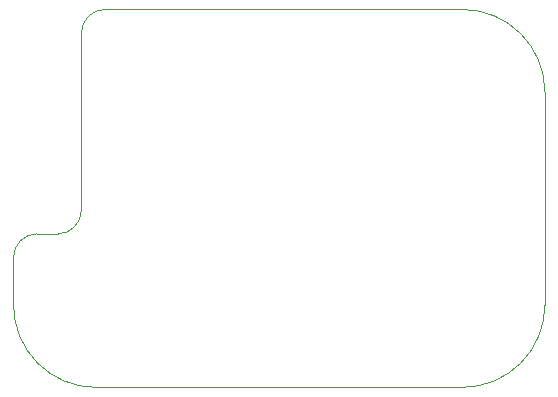
<source format=gbr>
%TF.GenerationSoftware,Altium Limited,Altium Designer,18.1.9 (240)*%
G04 Layer_Color=0*
%FSLAX26Y26*%
%MOIN*%
%TF.FileFunction,Profile,NP*%
%TF.Part,Single*%
G01*
G75*
%TA.AperFunction,Profile*%
%ADD84C,0.001000*%
D84*
X0Y275591D02*
Y433071D01*
X0Y433071D01*
D02*
G02*
X78740Y511811I78740J0D01*
G01*
X78740Y511811D01*
X147638D01*
D02*
G03*
X226378Y590551I0J78740D01*
G01*
Y1181102D01*
X226378D01*
D02*
G02*
X305118Y1259843I78740J0D01*
G01*
Y1259843D01*
X1496063Y1259843D01*
X1496063Y1259843D01*
D02*
G02*
X1771654Y984252I0J-275591D01*
G01*
X1771653Y984252D01*
Y275590D01*
X1771654Y275591D01*
D02*
G02*
X1496063Y0I-275591J0D01*
G01*
X275591Y-0D01*
Y0D01*
D02*
G02*
X0Y275591I0J275591D01*
G01*
%TF.MD5,057957ffdbd8b89c48a660ba80ce39ca*%
M02*

</source>
